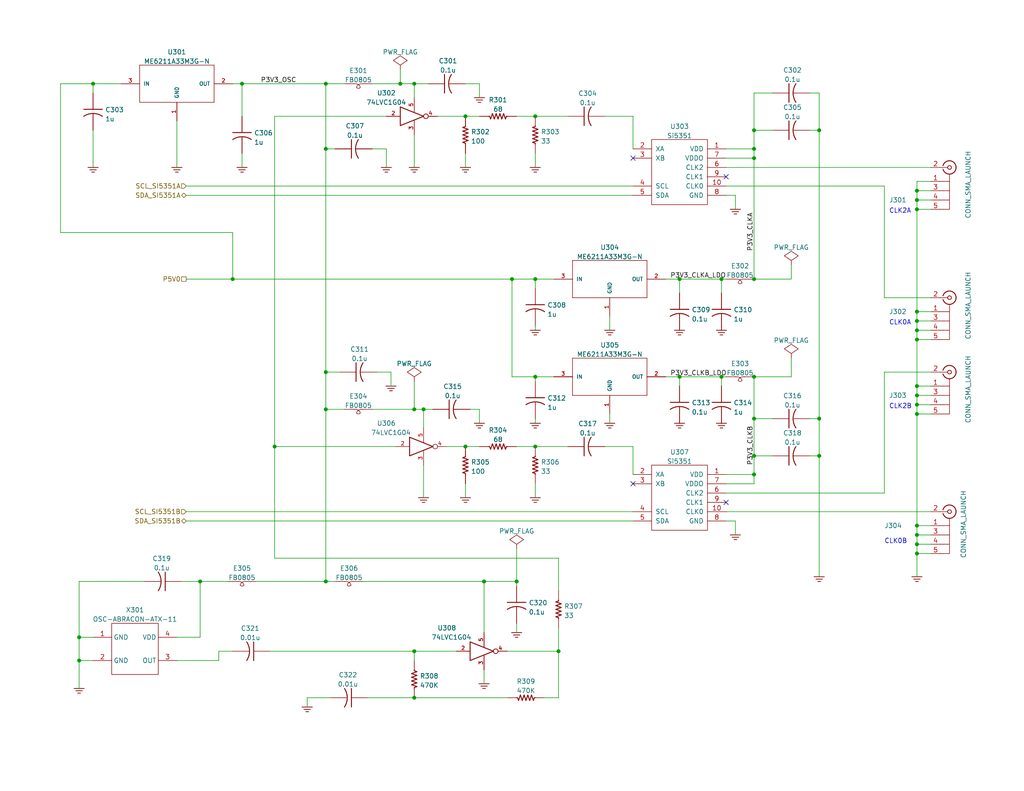
<source format=kicad_sch>
(kicad_sch (version 20211123) (generator eeschema)
  (paper "A")
  (title_block (title "Quad output VFO") (rev "X2"))
  (lib_symbols
    (symbol "custom:74LVC1G04" (pin_names (offset 0) hide)
      (property "Reference" "U" (at 3.81 5.08 0))
      (property "Value" "74LVC1G04" (at 7.62 2.54 0))
      (symbol "74LVC1G04_0_1"
        (polyline (pts (xy -3.81 2.54) (xy -3.81 -2.54) (xy 2.54 0) (xy -3.81 2.54)) (stroke (width 0.254)))
      )
      (symbol "74LVC1G04_1_1"
        (pin input line (at -7.62 0 0) (length 3.81) (name "~") (number "2"))
        (pin power_in line (at 0 -5.08 90) (length 3.8608) (name "GND") (number "3"))
        (pin output inverted (at 6.35 0 180) (length 3.81) (name "~") (number "4"))
        (pin power_in line (at 0 5.08 270) (length 3.8608) (name "VCC") (number "5"))
      )
    )
    (symbol "custom:CONN_SMA_LAUNCH" (pin_names (offset 1.016))
      (property "Reference" "J" (at -0.762 -13.462 0))
      (property "Value" "CONN_SMA_LAUNCH" (at 0.127 5.588 0))
      (symbol "CONN_SMA_LAUNCH_0_1"
        (polyline (pts (xy -1.778 -3.81) (xy 0 -3.81)))
        (polyline (pts (xy -1.778 -11.43) (xy 0 -11.43) (xy 0 -9.017)))
        (polyline (pts (xy 0 -1.905) (xy 0 -6.35) (xy -1.778 -6.35)))
        (polyline (pts (xy -1.778 -8.89) (xy 0 -8.89) (xy 0 -6.477) (xy 0 -6.35)))
      )
      (symbol "CONN_SMA_LAUNCH_1_1"
        (arc (start -1.778 -0.508) (mid 0.222 -1.808) (end 1.778 0) (stroke (width 0.254)))
        (polyline (pts (xy -2.54 -11.43) (xy -1.778 -11.43)))
        (polyline (pts (xy -2.54 -8.89) (xy -1.778 -8.89)))
        (polyline (pts (xy -2.54 -6.35) (xy -1.778 -6.35)))
        (polyline (pts (xy -2.54 -3.81) (xy -1.778 -3.81)))
        (polyline (pts (xy -2.54 0) (xy -0.508 0)))
        (circle (center 0 0) (radius 0.508) (stroke (width 0.2032)))
        (arc (start 1.778 0) (mid 0.222 1.8083) (end -1.778 0.508) (stroke (width 0.254)))
        (pin passive line (at -5.08 -3.81 0) (length 2.54) (name "~") (number "1"))
        (pin passive line (at -5.08 0 0) (length 2.54) (name "~") (number "2"))
        (pin passive line (at -5.08 -6.35 0) (length 2.54) (name "~") (number "3"))
        (pin passive line (at -5.08 -8.89 0) (length 2.54) (name "~") (number "4"))
        (pin passive line (at -5.08 -11.43 0) (length 2.54) (name "~") (number "5"))
      )
    )
    (symbol "custom:C_US_0805_0.1UF_X7R_10%_50V_HS" (pin_numbers hide) (pin_names (offset 0.254) hide)
      (property "Reference" "C" (at 1.27 2.54 0))
      (property "Value" "C_US_0805_0.1UF_X7R_10%_50V_HS" (at 1.27 -2.54 0))
      (symbol "C_US_0805_0.1UF_X7R_10%_50V_HS_0_1"
        (polyline (pts (xy -2.54 0.635) (xy 2.54 0.635) (xy 2.54 0.635)) (stroke (width 0.254)))
        (arc (start 2.54 -1.27) (mid 0 -0.5009) (end -2.54 -1.27) (stroke (width 0.254)))
      )
      (symbol "C_US_0805_0.1UF_X7R_10%_50V_HS_1_1"
        (pin passive line (at 0 5.08 270) (length 4.445) (name "~") (number "1"))
        (pin passive line (at 0 -5.08 90) (length 4.445) (name "~") (number "2"))
      )
    )
    (symbol "custom:FB0805" (pin_numbers hide) (pin_names (offset 1.016) hide)
      (property "Reference" "E" (at -4.318 1.27 0))
      (property "Value" "FB0805" (at -4.318 -4.064 0))
      (symbol "FB0805_1_0"
        (polyline (pts (xy -2.54 0) (xy -2.286 0)))
        (polyline (pts (xy -0.254 0) (xy 0 0)))
      )
      (symbol "FB0805_1_1"
        (arc (start -1.778 -1.016) (mid -1.27 -1.27) (end -0.762 -1.016))
        (arc (start -1.27 -0.254) (mid -1.7574 -0.0446) (end -2.286 0))
        (arc (start -1.27 -0.254) (mid -1.6002 -0.5842) (end -1.778 -1.016))
        (arc (start -0.762 -1.016) (mid -0.9352 -0.5811) (end -1.27 -0.254))
        (arc (start -0.254 0) (mid -0.7826 -0.0446) (end -1.27 -0.254))
        (pin passive line (at -5.08 0 0) (length 2.54) (name "1") (number "1"))
        (pin passive line (at 2.54 0 180) (length 2.54) (name "2") (number "2"))
      )
    )
    (symbol "custom:GND_US" (power) (pin_names (offset 0))
      (symbol "GND_US_0_1"
        (polyline (pts (xy -1.397 0) (xy 1.397 0)) (stroke (width 0.2032)))
        (polyline (pts (xy -0.889 -0.635) (xy 0.889 -0.635)) (stroke (width 0.2032)))
        (polyline (pts (xy -0.381 -1.27) (xy 0.381 -1.27)) (stroke (width 0.2032)))
      )
      (symbol "GND_US_1_1"
        (pin power_in line (at 0 0 90) (length 0) hide (name "GND") (number "1"))
      )
    )
    (symbol "custom:ME6211A33M3G-N" (pin_names (offset 1.016))
      (property "Reference" "U" (at -5.08 10.16 0))
      (property "Value" "ME6211A33M3G-N" (at -9.144 5.588 0))
      (symbol "ME6211A33M3G-N_1_0"
        (polyline (pts (xy -10.16 -5.08) (xy 10.16 -5.08)))
        (polyline (pts (xy -10.16 5.08) (xy -10.16 -5.08)))
        (polyline (pts (xy 10.16 -5.08) (xy 10.16 5.08)))
        (polyline (pts (xy 10.16 5.08) (xy -10.16 5.08)))
      )
      (symbol "ME6211A33M3G-N_1_1"
        (pin power_in line (at 0 -10.16 90) (length 5.08) (name "GND") (number "1"))
        (pin power_out line (at 15.24 0 180) (length 5.08) (name "OUT") (number "2"))
        (pin power_in line (at -15.24 0 0) (length 5.08) (name "IN") (number "3"))
      )
    )
    (symbol "custom:OSC-ABRACON-ATX-11"
      (property "Reference" "X" (at 0 -8.89 0))
      (property "Value" "OSC-ABRACON-ATX-11" (at 0 10.16 0))
      (symbol "OSC-ABRACON-ATX-11_0_1"
        (rectangle (start -6.35 7.62) (end 6.35 -6.35) (stroke (width 0.1524)))
      )
      (symbol "OSC-ABRACON-ATX-11_1_1"
        (pin input line (at -11.43 3.81 0) (length 5.08) (name "GND") (number "1"))
        (pin input line (at -11.43 -2.54 0) (length 5.08) (name "GND") (number "2"))
        (pin input line (at 11.43 -2.54 180) (length 5.08) (name "OUT") (number "3"))
        (pin input line (at 11.43 3.81 180) (length 5.08) (name "VDD") (number "4"))
      )
    )
    (symbol "custom:PWR_FLAG" (power) (pin_numbers hide) (pin_names (offset 0) hide)
      (property "Value" "PWR_FLAG" (at 0 4.572 0))
      (symbol "PWR_FLAG_0_0"
        (pin power_out line (at 0 0 90) (length 0) (name "pwr") (number "1"))
      )
      (symbol "PWR_FLAG_0_1"
        (polyline (pts (xy 0 0) (xy 0 1.27) (xy -1.905 2.54) (xy 0 3.81) (xy 1.905 2.54) (xy 0 1.27)))
      )
    )
    (symbol "custom:R_US" (pin_numbers hide) (pin_names (offset 1.016) hide)
      (property "Reference" "R" (at 2.032 0 90))
      (property "Value" "R_US" (at -2.032 0 90))
      (symbol "R_US_0_0"
        (polyline (pts (xy 0 -2.54) (xy 0 -2.54) (xy 0 -2.286) (xy -0.762 -2.032) (xy 0.762 -1.524) (xy -0.762 -1.016) (xy 0.762 -0.508) (xy -0.762 0) (xy 0.762 0.508) (xy -0.762 1.016) (xy 0.762 1.524) (xy -0.762 2.032) (xy 0 2.286) (xy 0 2.54) (xy 0 2.54)) (stroke (width 0.254)))
      )
      (symbol "R_US_1_1"
        (pin passive line (at 0 5.08 270) (length 2.54) (name "~") (number "1"))
        (pin passive line (at 0 -5.08 90) (length 2.54) (name "~") (number "2"))
      )
    )
    (symbol "custom:Si5351" (pin_names (offset 1.016))
      (property "Reference" "U" (at 0 10.16 0))
      (property "Value" "Si5351" (at 0 -10.16 0))
      (symbol "Si5351_0_1"
        (rectangle (start -7.62 8.89) (end 7.62 -8.89))
      )
      (symbol "Si5351_1_1"
        (pin power_in line (at 12.7 6.35 180) (length 5.08) (name "VDD") (number "1"))
        (pin output line (at 12.7 -3.81 180) (length 5.08) (name "CLK0") (number "10"))
        (pin passive line (at -12.7 6.35 0) (length 5.08) (name "XA") (number "2"))
        (pin passive line (at -12.7 3.81 0) (length 5.08) (name "XB") (number "3"))
        (pin input line (at -12.7 -3.81 0) (length 5.08) (name "SCL") (number "4"))
        (pin tri_state line (at -12.7 -6.35 0) (length 5.08) (name "SDA") (number "5"))
        (pin output line (at 12.7 1.27 180) (length 5.08) (name "CLK2") (number "6"))
        (pin power_in line (at 12.7 3.81 180) (length 5.08) (name "VDDO") (number "7"))
        (pin power_in line (at 12.7 -6.35 180) (length 5.08) (name "GND") (number "8"))
        (pin output line (at 12.7 -1.27 180) (length 5.08) (name "CLK1") (number "9"))
      )
    )
  )
  (junction (at 250.19 143.51))
  (junction (at 74.93 121.92))
  (junction (at 250.19 105.41))
  (junction (at 250.19 87.63))
  (junction (at 88.9 101.6))
  (junction (at 205.74 124.46))
  (junction (at 250.19 54.61))
  (junction (at 146.05 121.92))
  (junction (at 250.19 151.13))
  (junction (at 127 121.92))
  (junction (at 205.74 129.54))
  (junction (at 250.19 113.03))
  (junction (at 205.74 76.2))
  (junction (at 223.52 114.3))
  (junction (at 140.97 158.75))
  (junction (at 250.19 110.49))
  (junction (at 250.19 107.95))
  (junction (at 223.52 35.56))
  (junction (at 63.5 76.2))
  (junction (at 88.9 111.76))
  (junction (at 205.74 102.87))
  (junction (at 113.03 177.8))
  (junction (at 205.74 43.18))
  (junction (at 250.19 90.17))
  (junction (at 88.9 22.86))
  (junction (at 132.08 158.75))
  (junction (at 250.19 57.15))
  (junction (at 127 31.75))
  (junction (at 250.19 52.07))
  (junction (at 109.22 22.86))
  (junction (at 196.85 102.87))
  (junction (at 21.59 180.34))
  (junction (at 152.4 177.8))
  (junction (at 115.57 111.76))
  (junction (at 146.05 76.2))
  (junction (at 113.03 111.76))
  (junction (at 205.74 40.64))
  (junction (at 205.74 35.56))
  (junction (at 113.03 190.5))
  (junction (at 113.03 22.86))
  (junction (at 250.19 148.59))
  (junction (at 146.05 102.87))
  (junction (at 88.9 158.75))
  (junction (at 21.59 173.99))
  (junction (at 146.05 31.75))
  (junction (at 205.74 114.3))
  (junction (at 250.19 85.09))
  (junction (at 139.7 76.2))
  (junction (at 185.42 76.2))
  (junction (at 54.61 158.75))
  (junction (at 66.04 22.86))
  (junction (at 250.19 92.71))
  (junction (at 196.85 76.2))
  (junction (at 250.19 146.05))
  (junction (at 25.4 22.86))
  (junction (at 88.9 40.64))
  (junction (at 185.42 102.87))
  (junction (at 223.52 124.46))
  (no_connect (at 172.72 132.08))
  (no_connect (at 198.12 48.26))
  (no_connect (at 172.72 43.18))
  (no_connect (at 198.12 137.16))
  (wire (pts (xy 62.23 158.75) (xy 54.61 158.75)))
  (wire (pts (xy 139.7 76.2) (xy 146.05 76.2)))
  (wire (pts (xy 88.9 111.76) (xy 88.9 158.75)))
  (wire (pts (xy 50.8 139.7) (xy 172.72 139.7)))
  (wire (pts (xy 105.41 31.75) (xy 74.93 31.75)))
  (wire (pts (xy 88.9 22.86) (xy 93.98 22.86)))
  (wire (pts (xy 100.33 190.5) (xy 113.03 190.5)))
  (wire (pts (xy 109.22 22.86) (xy 113.03 22.86)))
  (wire (pts (xy 250.19 49.53) (xy 250.19 52.07)))
  (wire (pts (xy 250.19 54.61) (xy 250.19 57.15)))
  (wire (pts (xy 151.13 102.87) (xy 146.05 102.87)))
  (wire (pts (xy 205.74 124.46) (xy 210.82 124.46)))
  (wire (pts (xy 113.03 177.8) (xy 113.03 180.34)))
  (wire (pts (xy 250.19 113.03) (xy 254 113.03)))
  (wire (pts (xy 250.19 92.71) (xy 254 92.71)))
  (wire (pts (xy 198.12 142.24) (xy 200.66 142.24)))
  (wire (pts (xy 93.98 111.76) (xy 88.9 111.76)))
  (wire (pts (xy 254 49.53) (xy 250.19 49.53)))
  (wire (pts (xy 250.19 92.71) (xy 250.19 105.41)))
  (wire (pts (xy 113.03 190.5) (xy 138.43 190.5)))
  (wire (pts (xy 16.51 63.5) (xy 63.5 63.5)))
  (wire (pts (xy 205.74 76.2) (xy 205.74 43.18)))
  (wire (pts (xy 198.12 139.7) (xy 254 139.7)))
  (wire (pts (xy 74.93 31.75) (xy 74.93 121.92)))
  (wire (pts (xy 115.57 111.76) (xy 115.57 116.84)))
  (wire (pts (xy 101.6 40.64) (xy 105.41 40.64)))
  (wire (pts (xy 250.19 87.63) (xy 254 87.63)))
  (wire (pts (xy 250.19 52.07) (xy 254 52.07)))
  (wire (pts (xy 132.08 158.75) (xy 132.08 172.72)))
  (wire (pts (xy 54.61 158.75) (xy 54.61 173.99)))
  (wire (pts (xy 118.11 111.76) (xy 115.57 111.76)))
  (wire (pts (xy 220.98 124.46) (xy 223.52 124.46)))
  (wire (pts (xy 196.85 102.87) (xy 198.12 102.87)))
  (wire (pts (xy 172.72 31.75) (xy 172.72 40.64)))
  (wire (pts (xy 90.17 190.5) (xy 83.82 190.5)))
  (wire (pts (xy 196.85 76.2) (xy 196.85 80.01)))
  (wire (pts (xy 105.41 40.64) (xy 105.41 45.72)))
  (wire (pts (xy 205.74 102.87) (xy 215.9 102.87)))
  (wire (pts (xy 152.4 152.4) (xy 152.4 161.29)))
  (wire (pts (xy 146.05 76.2) (xy 151.13 76.2)))
  (wire (pts (xy 66.04 22.86) (xy 88.9 22.86)))
  (wire (pts (xy 115.57 127) (xy 115.57 135.89)))
  (wire (pts (xy 250.19 148.59) (xy 254 148.59)))
  (wire (pts (xy 250.19 85.09) (xy 250.19 87.63)))
  (wire (pts (xy 200.66 53.34) (xy 200.66 57.15)))
  (wire (pts (xy 132.08 182.88) (xy 132.08 186.69)))
  (wire (pts (xy 220.98 35.56) (xy 223.52 35.56)))
  (wire (pts (xy 73.66 177.8) (xy 113.03 177.8)))
  (wire (pts (xy 146.05 88.9) (xy 146.05 90.17)))
  (wire (pts (xy 215.9 76.2) (xy 215.9 72.39)))
  (wire (pts (xy 50.8 76.2) (xy 63.5 76.2)))
  (wire (pts (xy 50.8 50.8) (xy 172.72 50.8)))
  (wire (pts (xy 223.52 25.4) (xy 223.52 35.56)))
  (wire (pts (xy 49.53 158.75) (xy 54.61 158.75)))
  (wire (pts (xy 130.81 22.86) (xy 130.81 26.67)))
  (wire (pts (xy 99.06 158.75) (xy 132.08 158.75)))
  (wire (pts (xy 54.61 173.99) (xy 48.26 173.99)))
  (wire (pts (xy 146.05 121.92) (xy 154.94 121.92)))
  (wire (pts (xy 140.97 31.75) (xy 146.05 31.75)))
  (wire (pts (xy 198.12 45.72) (xy 254 45.72)))
  (wire (pts (xy 127 31.75) (xy 130.81 31.75)))
  (wire (pts (xy 21.59 180.34) (xy 25.4 180.34)))
  (wire (pts (xy 172.72 121.92) (xy 165.1 121.92)))
  (wire (pts (xy 113.03 36.83) (xy 113.03 45.72)))
  (wire (pts (xy 74.93 152.4) (xy 152.4 152.4)))
  (wire (pts (xy 205.74 124.46) (xy 205.74 114.3)))
  (wire (pts (xy 127 121.92) (xy 130.81 121.92)))
  (wire (pts (xy 220.98 114.3) (xy 223.52 114.3)))
  (wire (pts (xy 185.42 76.2) (xy 185.42 80.01)))
  (wire (pts (xy 185.42 102.87) (xy 196.85 102.87)))
  (wire (pts (xy 185.42 76.2) (xy 196.85 76.2)))
  (wire (pts (xy 198.12 40.64) (xy 205.74 40.64)))
  (wire (pts (xy 66.04 41.91) (xy 66.04 45.72)))
  (wire (pts (xy 140.97 170.18) (xy 140.97 172.72)))
  (wire (pts (xy 198.12 129.54) (xy 205.74 129.54)))
  (wire (pts (xy 250.19 143.51) (xy 254 143.51)))
  (wire (pts (xy 250.19 113.03) (xy 250.19 143.51)))
  (wire (pts (xy 172.72 121.92) (xy 172.72 129.54)))
  (wire (pts (xy 113.03 104.14) (xy 113.03 111.76)))
  (wire (pts (xy 146.05 31.75) (xy 154.94 31.75)))
  (wire (pts (xy 250.19 85.09) (xy 254 85.09)))
  (wire (pts (xy 63.5 22.86) (xy 66.04 22.86)))
  (wire (pts (xy 198.12 53.34) (xy 200.66 53.34)))
  (wire (pts (xy 146.05 102.87) (xy 139.7 102.87)))
  (wire (pts (xy 140.97 158.75) (xy 140.97 160.02)))
  (wire (pts (xy 16.51 22.86) (xy 16.51 63.5)))
  (wire (pts (xy 250.19 87.63) (xy 250.19 90.17)))
  (wire (pts (xy 152.4 171.45) (xy 152.4 177.8)))
  (wire (pts (xy 33.02 22.86) (xy 25.4 22.86)))
  (wire (pts (xy 119.38 31.75) (xy 127 31.75)))
  (wire (pts (xy 166.37 86.36) (xy 166.37 90.17)))
  (wire (pts (xy 74.93 121.92) (xy 107.95 121.92)))
  (wire (pts (xy 223.52 114.3) (xy 223.52 124.46)))
  (wire (pts (xy 148.59 190.5) (xy 152.4 190.5)))
  (wire (pts (xy 241.3 50.8) (xy 241.3 81.28)))
  (wire (pts (xy 48.26 33.02) (xy 48.26 45.72)))
  (wire (pts (xy 127 132.08) (xy 127 135.89)))
  (wire (pts (xy 66.04 22.86) (xy 66.04 31.75)))
  (wire (pts (xy 21.59 180.34) (xy 21.59 187.96)))
  (wire (pts (xy 220.98 25.4) (xy 223.52 25.4)))
  (wire (pts (xy 59.69 180.34) (xy 59.69 177.8)))
  (wire (pts (xy 205.74 129.54) (xy 205.74 124.46)))
  (wire (pts (xy 250.19 151.13) (xy 250.19 157.48)))
  (wire (pts (xy 241.3 101.6) (xy 254 101.6)))
  (wire (pts (xy 146.05 41.91) (xy 146.05 45.72)))
  (wire (pts (xy 25.4 22.86) (xy 16.51 22.86)))
  (wire (pts (xy 241.3 134.62) (xy 241.3 101.6)))
  (wire (pts (xy 185.42 102.87) (xy 185.42 105.41)))
  (wire (pts (xy 198.12 132.08) (xy 205.74 132.08)))
  (wire (pts (xy 63.5 76.2) (xy 139.7 76.2)))
  (wire (pts (xy 113.03 22.86) (xy 113.03 26.67)))
  (wire (pts (xy 88.9 101.6) (xy 88.9 111.76)))
  (wire (pts (xy 113.03 177.8) (xy 124.46 177.8)))
  (wire (pts (xy 205.74 35.56) (xy 205.74 25.4)))
  (wire (pts (xy 109.22 19.05) (xy 109.22 22.86)))
  (wire (pts (xy 138.43 177.8) (xy 152.4 177.8)))
  (wire (pts (xy 250.19 107.95) (xy 254 107.95)))
  (wire (pts (xy 121.92 121.92) (xy 127 121.92)))
  (wire (pts (xy 83.82 190.5) (xy 83.82 193.04)))
  (wire (pts (xy 140.97 149.86) (xy 140.97 158.75)))
  (wire (pts (xy 166.37 113.03) (xy 166.37 115.57)))
  (wire (pts (xy 127 41.91) (xy 127 45.72)))
  (wire (pts (xy 113.03 111.76) (xy 115.57 111.76)))
  (wire (pts (xy 25.4 22.86) (xy 25.4 25.4)))
  (wire (pts (xy 250.19 143.51) (xy 250.19 146.05)))
  (wire (pts (xy 50.8 142.24) (xy 172.72 142.24)))
  (wire (pts (xy 25.4 173.99) (xy 21.59 173.99)))
  (wire (pts (xy 63.5 63.5) (xy 63.5 76.2)))
  (wire (pts (xy 250.19 52.07) (xy 250.19 54.61)))
  (wire (pts (xy 88.9 40.64) (xy 88.9 101.6)))
  (wire (pts (xy 139.7 102.87) (xy 139.7 76.2)))
  (wire (pts (xy 250.19 110.49) (xy 250.19 113.03)))
  (wire (pts (xy 181.61 102.87) (xy 185.42 102.87)))
  (wire (pts (xy 198.12 50.8) (xy 241.3 50.8)))
  (wire (pts (xy 106.68 101.6) (xy 106.68 105.41)))
  (wire (pts (xy 102.87 101.6) (xy 106.68 101.6)))
  (wire (pts (xy 140.97 121.92) (xy 146.05 121.92)))
  (wire (pts (xy 127 22.86) (xy 130.81 22.86)))
  (wire (pts (xy 101.6 22.86) (xy 109.22 22.86)))
  (wire (pts (xy 205.74 132.08) (xy 205.74 129.54)))
  (wire (pts (xy 152.4 190.5) (xy 152.4 177.8)))
  (wire (pts (xy 146.05 76.2) (xy 146.05 78.74)))
  (wire (pts (xy 250.19 54.61) (xy 254 54.61)))
  (wire (pts (xy 223.52 124.46) (xy 223.52 157.48)))
  (wire (pts (xy 205.74 76.2) (xy 215.9 76.2)))
  (wire (pts (xy 25.4 35.56) (xy 25.4 45.72)))
  (wire (pts (xy 69.85 158.75) (xy 88.9 158.75)))
  (wire (pts (xy 196.85 102.87) (xy 196.85 105.41)))
  (wire (pts (xy 250.19 107.95) (xy 250.19 110.49)))
  (wire (pts (xy 250.19 110.49) (xy 254 110.49)))
  (wire (pts (xy 88.9 40.64) (xy 91.44 40.64)))
  (wire (pts (xy 250.19 57.15) (xy 254 57.15)))
  (wire (pts (xy 250.19 146.05) (xy 250.19 148.59)))
  (wire (pts (xy 250.19 57.15) (xy 250.19 85.09)))
  (wire (pts (xy 130.81 111.76) (xy 130.81 115.57)))
  (wire (pts (xy 39.37 158.75) (xy 21.59 158.75)))
  (wire (pts (xy 74.93 121.92) (xy 74.93 152.4)))
  (wire (pts (xy 196.85 76.2) (xy 198.12 76.2)))
  (wire (pts (xy 205.74 35.56) (xy 210.82 35.56)))
  (wire (pts (xy 172.72 31.75) (xy 165.1 31.75)))
  (wire (pts (xy 48.26 180.34) (xy 59.69 180.34)))
  (wire (pts (xy 223.52 35.56) (xy 223.52 114.3)))
  (wire (pts (xy 50.8 53.34) (xy 172.72 53.34)))
  (wire (pts (xy 250.19 90.17) (xy 254 90.17)))
  (wire (pts (xy 200.66 142.24) (xy 200.66 146.05)))
  (wire (pts (xy 198.12 43.18) (xy 205.74 43.18)))
  (wire (pts (xy 181.61 76.2) (xy 185.42 76.2)))
  (wire (pts (xy 116.84 22.86) (xy 113.03 22.86)))
  (wire (pts (xy 88.9 101.6) (xy 92.71 101.6)))
  (wire (pts (xy 205.74 40.64) (xy 205.74 43.18)))
  (wire (pts (xy 88.9 22.86) (xy 88.9 40.64)))
  (wire (pts (xy 146.05 102.87) (xy 146.05 104.14)))
  (wire (pts (xy 250.19 105.41) (xy 250.19 107.95)))
  (wire (pts (xy 21.59 158.75) (xy 21.59 173.99)))
  (wire (pts (xy 146.05 132.08) (xy 146.05 135.89)))
  (wire (pts (xy 59.69 177.8) (xy 63.5 177.8)))
  (wire (pts (xy 88.9 158.75) (xy 91.44 158.75)))
  (wire (pts (xy 250.19 148.59) (xy 250.19 151.13)))
  (wire (pts (xy 250.19 90.17) (xy 250.19 92.71)))
  (wire (pts (xy 198.12 134.62) (xy 241.3 134.62)))
  (wire (pts (xy 215.9 102.87) (xy 215.9 97.79)))
  (wire (pts (xy 250.19 105.41) (xy 254 105.41)))
  (wire (pts (xy 21.59 173.99) (xy 21.59 180.34)))
  (wire (pts (xy 128.27 111.76) (xy 130.81 111.76)))
  (wire (pts (xy 205.74 114.3) (xy 210.82 114.3)))
  (wire (pts (xy 132.08 158.75) (xy 140.97 158.75)))
  (wire (pts (xy 146.05 114.3) (xy 146.05 115.57)))
  (wire (pts (xy 101.6 111.76) (xy 113.03 111.76)))
  (wire (pts (xy 205.74 35.56) (xy 205.74 40.64)))
  (wire (pts (xy 250.19 151.13) (xy 254 151.13)))
  (wire (pts (xy 205.74 25.4) (xy 210.82 25.4)))
  (wire (pts (xy 241.3 81.28) (xy 254 81.28)))
  (wire (pts (xy 250.19 146.05) (xy 254 146.05)))
  (wire (pts (xy 205.74 102.87) (xy 205.74 114.3)))
  (text "CLK0B" (at 241.3 148.59 0) (effects (font (size 1.27 1.27)) (justify left bottom)))
  (text "CLK0A\n" (at 242.57 88.9 0) (effects (font (size 1.27 1.27)) (justify left bottom)))
  (text "CLK2A" (at 242.57 58.42 0) (effects (font (size 1.27 1.27)) (justify left bottom)))
  (text "CLK2B" (at 242.57 111.76 0) (effects (font (size 1.27 1.27)) (justify left bottom)))
  (label "P3V3_CLKB" (at 205.74 127 90))
  (label "P3V3_OSC" (at 71.12 22.86 0))
  (label "P3V3_CLKA" (at 205.74 68.58 90))
  (label "P3V3_CLKA_LDO" (at 182.88 76.2 0))
  (label "P3V3_CLKB_LDO" (at 182.88 102.87 0))
  (hierarchical_label "SCL_SI5351A" (shape input) (at 50.8 50.8 180))
  (hierarchical_label "SDA_SI5351A" (shape bidirectional) (at 50.8 53.34 180))
  (hierarchical_label "SCL_SI5351B" (shape input) (at 50.8 139.7 180))
  (hierarchical_label "SDA_SI5351B" (shape bidirectional) (at 50.8 142.24 180))
  (hierarchical_label "P5V0" (shape passive) (at 50.8 76.2 180))
  (symbol (lib_id "custom:PWR_FLAG") (at 140.97 149.86 0) (unit 1)
    (property "Reference" "#FLG0305" (effects hide))
    (property "Value" "PWR_FLAG" (at 140.97 145.0142 0))
  )
  (symbol (lib_id "custom:GND_US") (at 166.37 90.17 0) (unit 1)
    (property "Reference" "#PWR0311" (effects hide))
    (property "Value" "GND_US" (effects hide))
  )
  (symbol (lib_id "custom:GND_US") (at 185.42 90.17 0) (unit 1)
    (property "Reference" "#PWR0312" (effects hide))
    (property "Value" "GND_US" (effects hide))
  )
  (symbol (lib_id "custom:C_US_0805_0.1UF_X7R_10%_50V_HS") (at 160.02 31.75 90) (unit 1)
    (property "Reference" "C304" (at 160.3375 25.5102 90))
    (property "Value" "0.1u" (at 160.3375 28.0471 90))
    (property "Footprint" "Capacitor_SMD:C_0603_1608Metric_Pad1.08x0.95mm_HandSolder" (effects hide))
    (property "PartNumber" "800063-104" (effects hide))
  )
  (symbol (lib_id "custom:C_US_0805_0.1UF_X7R_10%_50V_HS") (at 160.02 121.92 90) (unit 1)
    (property "Reference" "C317" (at 160.3375 115.6802 90))
    (property "Value" "0.1u" (at 160.3375 118.2171 90))
    (property "Footprint" "Capacitor_SMD:C_0603_1608Metric_Pad1.08x0.95mm_HandSolder" (effects hide))
    (property "PartNumber" "800063-104" (effects hide))
  )
  (symbol (lib_id "custom:C_US_0805_0.1UF_X7R_10%_50V_HS") (at 121.92 22.86 90) (unit 1)
    (property "Reference" "C301" (at 122.2375 16.6202 90))
    (property "Value" "0.1u" (at 122.2375 19.1571 90))
    (property "Footprint" "Capacitor_SMD:C_0603_1608Metric_Pad1.08x0.95mm_HandSolder" (effects hide))
    (property "PartNumber" "800063-104" (effects hide))
  )
  (symbol (lib_id "custom:GND_US") (at 166.37 115.57 0) (unit 1)
    (property "Reference" "#PWR0317" (effects hide))
    (property "Value" "GND_US" (effects hide))
  )
  (symbol (lib_id "custom:FB0805") (at 203.2 102.87 0) (unit 1)
    (property "Reference" "E303" (at 201.93 99.2923 0))
    (property "Value" "FB0805" (at 201.93 101.8292 0))
    (property "Footprint" "Inductor_SMD:L_0805_2012Metric_Pad1.05x1.20mm_HandSolder" (effects hide))
    (property "PartNumber" "800245-601" (effects hide))
  )
  (symbol (lib_id "custom:R_US") (at 127 36.83 0) (unit 1)
    (property "Reference" "R302" (at 128.524 35.9953 0) (effects (justify left)))
    (property "Value" "100" (at 128.524 38.5322 0) (effects (justify left)))
    (property "Footprint" "Resistor_SMD:R_0805_2012Metric_Pad1.20x1.40mm_HandSolder" (effects hide))
    (property "PartNumber" "800235-101" (effects hide))
  )
  (symbol (lib_id "custom:CONN_SMA_LAUNCH") (at 259.08 81.28 0) (unit 1)
    (property "Reference" "J302" (at 242.57 85.09 0) (effects (justify left)))
    (property "Value" "CONN_SMA_LAUNCH" (at 264.16 92.71 90) (effects (justify left)))
    (property "Footprint" "mods:SMA_Launch_Kinghelm_KH-SMA-KE8-G" (effects hide))
    (property "PartNumber" "800233-101" (effects hide))
  )
  (symbol (lib_id "custom:GND_US") (at 196.85 90.17 0) (unit 1)
    (property "Reference" "#PWR0313" (effects hide))
    (property "Value" "GND_US" (effects hide))
  )
  (symbol (lib_id "custom:GND_US") (at 25.4 45.72 0) (unit 1)
    (property "Reference" "#PWR0302" (effects hide))
    (property "Value" "GND_US" (effects hide))
  )
  (symbol (lib_id "custom:FB0805") (at 96.52 158.75 0) (unit 1)
    (property "Reference" "E306" (at 95.25 155.1723 0))
    (property "Value" "FB0805" (at 95.25 157.7092 0))
    (property "Footprint" "Inductor_SMD:L_0805_2012Metric_Pad1.05x1.20mm_HandSolder" (effects hide))
    (property "PartNumber" "800245-601" (effects hide))
  )
  (symbol (lib_id "custom:GND_US") (at 66.04 45.72 0) (unit 1)
    (property "Reference" "#PWR0304" (effects hide))
    (property "Value" "GND_US" (effects hide))
  )
  (symbol (lib_id "custom:GND_US") (at 140.97 172.72 0) (unit 1)
    (property "Reference" "#PWR0326" (effects hide))
    (property "Value" "GND_US" (effects hide))
  )
  (symbol (lib_id "custom:C_US_0805_0.1UF_X7R_10%_50V_HS") (at 196.85 110.49 0) (unit 1)
    (property "Reference" "C314" (at 200.152 109.9728 0) (effects (justify left)))
    (property "Value" "1u" (at 200.152 112.5097 0) (effects (justify left)))
    (property "Footprint" "Capacitor_SMD:C_0805_2012Metric_Pad1.18x1.45mm_HandSolder" (effects hide))
    (property "PartNumber" "800238-105" (effects hide))
  )
  (symbol (lib_id "custom:C_US_0805_0.1UF_X7R_10%_50V_HS") (at 123.19 111.76 90) (unit 1)
    (property "Reference" "C315" (at 123.5075 105.5202 90))
    (property "Value" "0.1u" (at 123.5075 108.0571 90))
    (property "Footprint" "Capacitor_SMD:C_0603_1608Metric_Pad1.08x0.95mm_HandSolder" (effects hide))
    (property "PartNumber" "800063-104" (effects hide))
  )
  (symbol (lib_id "custom:C_US_0805_0.1UF_X7R_10%_50V_HS") (at 185.42 85.09 0) (unit 1)
    (property "Reference" "C309" (at 188.722 84.5728 0) (effects (justify left)))
    (property "Value" "0.1u" (at 188.722 87.1097 0) (effects (justify left)))
    (property "Footprint" "Capacitor_SMD:C_0603_1608Metric_Pad1.08x0.95mm_HandSolder" (effects hide))
    (property "PartNumber" "800063-104" (effects hide))
  )
  (symbol (lib_id "custom:ME6211A33M3G-N") (at 166.37 76.2 0) (unit 1)
    (property "Reference" "U304" (at 166.37 67.5472 0))
    (property "Value" "ME6211A33M3G-N" (at 166.37 70.0841 0))
    (property "Footprint" "mods:SOT23-3-SAR-V2" (effects hide))
    (property "PartNumber" "800187-101" (effects hide))
  )
  (symbol (lib_id "custom:R_US") (at 135.89 31.75 90) (unit 1)
    (property "Reference" "R301" (at 135.89 27.2882 90))
    (property "Value" "68" (at 135.89 29.8251 90))
    (property "Footprint" "Resistor_SMD:R_0805_2012Metric_Pad1.20x1.40mm_HandSolder" (effects hide))
    (property "PartNumber" "800235-680" (effects hide))
  )
  (symbol (lib_id "custom:R_US") (at 146.05 127 0) (unit 1)
    (property "Reference" "R306" (at 147.574 126.1653 0) (effects (justify left)))
    (property "Value" "33" (at 147.574 128.7022 0) (effects (justify left)))
    (property "Footprint" "Resistor_SMD:R_0805_2012Metric_Pad1.20x1.40mm_HandSolder" (effects hide))
    (property "PartNumber" "800235-330" (effects hide))
  )
  (symbol (lib_id "custom:GND_US") (at 127 135.89 0) (unit 1)
    (property "Reference" "#PWR0321" (effects hide))
    (property "Value" "GND_US" (effects hide))
  )
  (symbol (lib_id "custom:74LVC1G04") (at 113.03 31.75 0) (unit 1)
    (property "Reference" "U302" (at 105.41 25.4 0))
    (property "Value" "74LVC1G04" (at 105.41 27.94 0))
    (property "Footprint" "Package_TO_SOT_SMD:SOT-23-5" (effects hide))
    (property "PartNumber" "800289-101" (effects hide))
  )
  (symbol (lib_id "custom:R_US") (at 135.89 121.92 90) (unit 1)
    (property "Reference" "R304" (at 135.89 117.4582 90))
    (property "Value" "68" (at 135.89 119.9951 90))
    (property "Footprint" "Resistor_SMD:R_0805_2012Metric_Pad1.20x1.40mm_HandSolder" (effects hide))
    (property "PartNumber" "800235-680" (effects hide))
  )
  (symbol (lib_id "custom:GND_US") (at 146.05 135.89 0) (unit 1)
    (property "Reference" "#PWR0322" (effects hide))
    (property "Value" "GND_US" (effects hide))
  )
  (symbol (lib_id "custom:FB0805") (at 99.06 111.76 0) (unit 1)
    (property "Reference" "E304" (at 97.79 108.1823 0))
    (property "Value" "FB0805" (at 97.79 110.7192 0))
    (property "Footprint" "Inductor_SMD:L_0805_2012Metric_Pad1.05x1.20mm_HandSolder" (effects hide))
    (property "PartNumber" "800245-601" (effects hide))
  )
  (symbol (lib_id "custom:C_US_0805_0.1UF_X7R_10%_50V_HS") (at 66.04 36.83 0) (unit 1)
    (property "Reference" "C306" (at 69.342 36.3128 0) (effects (justify left)))
    (property "Value" "1u" (at 69.342 38.8497 0) (effects (justify left)))
    (property "Footprint" "Capacitor_SMD:C_0805_2012Metric_Pad1.18x1.45mm_HandSolder" (effects hide))
    (property "PartNumber" "800238-105" (effects hide))
  )
  (symbol (lib_id "custom:GND_US") (at 185.42 115.57 0) (unit 1)
    (property "Reference" "#PWR0318" (effects hide))
    (property "Value" "GND_US" (effects hide))
  )
  (symbol (lib_id "custom:GND_US") (at 223.52 157.48 0) (unit 1)
    (property "Reference" "#PWR0324" (effects hide))
    (property "Value" "GND_US" (effects hide))
  )
  (symbol (lib_id "custom:C_US_0805_0.1UF_X7R_10%_50V_HS") (at 185.42 110.49 0) (unit 1)
    (property "Reference" "C313" (at 188.722 109.9728 0) (effects (justify left)))
    (property "Value" "0.1u" (at 188.722 112.5097 0) (effects (justify left)))
    (property "Footprint" "Capacitor_SMD:C_0603_1608Metric_Pad1.08x0.95mm_HandSolder" (effects hide))
    (property "PartNumber" "800063-104" (effects hide))
  )
  (symbol (lib_id "custom:C_US_0805_0.1UF_X7R_10%_50V_HS") (at 215.9 25.4 90) (unit 1)
    (property "Reference" "C302" (at 216.2175 19.1602 90))
    (property "Value" "0.1u" (at 216.2175 21.6971 90))
    (property "Footprint" "Capacitor_SMD:C_0603_1608Metric_Pad1.08x0.95mm_HandSolder" (effects hide))
    (property "PartNumber" "800063-104" (effects hide))
  )
  (symbol (lib_id "custom:C_US_0805_0.1UF_X7R_10%_50V_HS") (at 215.9 124.46 90) (unit 1)
    (property "Reference" "C318" (at 216.2175 118.2202 90))
    (property "Value" "0.1u" (at 216.2175 120.7571 90))
    (property "Footprint" "Capacitor_SMD:C_0603_1608Metric_Pad1.08x0.95mm_HandSolder" (effects hide))
    (property "PartNumber" "800063-104" (effects hide))
  )
  (symbol (lib_id "custom:PWR_FLAG") (at 113.03 104.14 0) (unit 1)
    (property "Reference" "#FLG0304" (effects hide))
    (property "Value" "PWR_FLAG" (at 113.03 99.2942 0))
  )
  (symbol (lib_id "custom:Si5351") (at 185.42 135.89 0) (unit 1)
    (property "Reference" "U307" (at 185.42 123.4272 0))
    (property "Value" "Si5351" (at 185.42 125.9641 0))
    (property "Footprint" "mods:MSOP-10-SAR" (effects hide))
    (property "PartNumber" "800288-101" (effects hide))
  )
  (symbol (lib_id "custom:GND_US") (at 115.57 135.89 0) (unit 1)
    (property "Reference" "#PWR0320" (effects hide))
    (property "Value" "GND_US" (effects hide))
  )
  (symbol (lib_id "custom:GND_US") (at 200.66 146.05 0) (unit 1)
    (property "Reference" "#PWR0323" (effects hide))
    (property "Value" "GND_US" (effects hide))
  )
  (symbol (lib_id "custom:R_US") (at 152.4 166.37 0) (unit 1)
    (property "Reference" "R307" (at 153.924 165.5353 0) (effects (justify left)))
    (property "Value" "33" (at 153.924 168.0722 0) (effects (justify left)))
    (property "Footprint" "Resistor_SMD:R_0805_2012Metric_Pad1.20x1.40mm_HandSolder" (effects hide))
    (property "PartNumber" "800235-330" (effects hide))
  )
  (symbol (lib_id "custom:C_US_0805_0.1UF_X7R_10%_50V_HS") (at 146.05 109.22 0) (unit 1)
    (property "Reference" "C312" (at 149.352 108.7028 0) (effects (justify left)))
    (property "Value" "1u" (at 149.352 111.2397 0) (effects (justify left)))
    (property "Footprint" "Capacitor_SMD:C_0805_2012Metric_Pad1.18x1.45mm_HandSolder" (effects hide))
    (property "PartNumber" "800238-105" (effects hide))
  )
  (symbol (lib_id "custom:C_US_0805_0.1UF_X7R_10%_50V_HS") (at 96.52 40.64 90) (unit 1)
    (property "Reference" "C307" (at 96.8375 34.4002 90))
    (property "Value" "0.1u" (at 96.8375 36.9371 90))
    (property "Footprint" "Capacitor_SMD:C_0603_1608Metric_Pad1.08x0.95mm_HandSolder" (effects hide))
    (property "PartNumber" "800063-104" (effects hide))
  )
  (symbol (lib_id "custom:PWR_FLAG") (at 215.9 97.79 0) (unit 1)
    (property "Reference" "#FLG0303" (effects hide))
    (property "Value" "PWR_FLAG" (at 215.9 92.9442 0))
  )
  (symbol (lib_id "custom:R_US") (at 146.05 36.83 0) (unit 1)
    (property "Reference" "R303" (at 147.574 35.9953 0) (effects (justify left)))
    (property "Value" "33" (at 147.574 38.5322 0) (effects (justify left)))
    (property "Footprint" "Resistor_SMD:R_0805_2012Metric_Pad1.20x1.40mm_HandSolder" (effects hide))
    (property "PartNumber" "800235-330" (effects hide))
  )
  (symbol (lib_id "custom:C_US_0805_0.1UF_X7R_10%_50V_HS") (at 95.25 190.5 270) (unit 1)
    (property "Reference" "C322" (at 94.9325 184.2602 90))
    (property "Value" "0.01u" (at 94.9325 186.7971 90))
    (property "Footprint" "Capacitor_SMD:C_0805_2012Metric_Pad1.18x1.45mm_HandSolder" (effects hide))
    (property "PartNumber" "800238-103" (effects hide))
  )
  (symbol (lib_id "custom:FB0805") (at 67.31 158.75 0) (unit 1)
    (property "Reference" "E305" (at 66.04 155.1723 0))
    (property "Value" "FB0805" (at 66.04 157.7092 0))
    (property "Footprint" "Inductor_SMD:L_0805_2012Metric_Pad1.05x1.20mm_HandSolder" (effects hide))
    (property "PartNumber" "800245-601" (effects hide))
  )
  (symbol (lib_id "custom:R_US") (at 113.03 185.42 180) (unit 1)
    (property "Reference" "R308" (at 114.554 184.5853 0) (effects (justify right)))
    (property "Value" "470K" (at 114.554 187.1222 0) (effects (justify right)))
    (property "Footprint" "Resistor_SMD:R_0805_2012Metric_Pad1.20x1.40mm_HandSolder" (effects hide))
    (property "PartNumber" "800235-474" (effects hide))
  )
  (symbol (lib_id "custom:GND_US") (at 250.19 157.48 0) (unit 1)
    (property "Reference" "#PWR0325" (effects hide))
    (property "Value" "GND_US" (effects hide))
  )
  (symbol (lib_id "custom:GND_US") (at 127 45.72 0) (unit 1)
    (property "Reference" "#PWR0307" (effects hide))
    (property "Value" "GND_US" (effects hide))
  )
  (symbol (lib_id "custom:GND_US") (at 146.05 45.72 0) (unit 1)
    (property "Reference" "#PWR0308" (effects hide))
    (property "Value" "GND_US" (effects hide))
  )
  (symbol (lib_id "custom:GND_US") (at 48.26 45.72 0) (unit 1)
    (property "Reference" "#PWR0303" (effects hide))
    (property "Value" "GND_US" (effects hide))
  )
  (symbol (lib_id "custom:C_US_0805_0.1UF_X7R_10%_50V_HS") (at 215.9 35.56 90) (unit 1)
    (property "Reference" "C305" (at 216.2175 29.3202 90))
    (property "Value" "0.1u" (at 216.2175 31.8571 90))
    (property "Footprint" "Capacitor_SMD:C_0603_1608Metric_Pad1.08x0.95mm_HandSolder" (effects hide))
    (property "PartNumber" "800063-104" (effects hide))
  )
  (symbol (lib_id "custom:ME6211A33M3G-N") (at 166.37 102.87 0) (unit 1)
    (property "Reference" "U305" (at 166.37 94.2172 0))
    (property "Value" "ME6211A33M3G-N" (at 166.37 96.7541 0))
    (property "Footprint" "mods:SOT23-3-SAR-V2" (effects hide))
    (property "PartNumber" "800187-101" (effects hide))
  )
  (symbol (lib_id "custom:C_US_0805_0.1UF_X7R_10%_50V_HS") (at 25.4 30.48 0) (unit 1)
    (property "Reference" "C303" (at 28.702 29.9628 0) (effects (justify left)))
    (property "Value" "1u" (at 28.702 32.4997 0) (effects (justify left)))
    (property "Footprint" "Capacitor_SMD:C_0805_2012Metric_Pad1.18x1.45mm_HandSolder" (effects hide))
    (property "PartNumber" "800238-105" (effects hide))
  )
  (symbol (lib_id "custom:GND_US") (at 21.59 187.96 0) (unit 1)
    (property "Reference" "#PWR0328" (effects hide))
    (property "Value" "GND_US" (effects hide))
  )
  (symbol (lib_id "custom:CONN_SMA_LAUNCH") (at 259.08 45.72 0) (unit 1)
    (property "Reference" "J301" (at 242.57 54.61 0) (effects (justify left)))
    (property "Value" "CONN_SMA_LAUNCH" (at 264.16 59.69 90) (effects (justify left)))
    (property "Footprint" "mods:SMA_Launch_Kinghelm_KH-SMA-KE8-G" (effects hide))
    (property "PartNumber" "800233-101" (effects hide))
  )
  (symbol (lib_id "custom:GND_US") (at 146.05 115.57 0) (unit 1)
    (property "Reference" "#PWR0316" (effects hide))
    (property "Value" "GND_US" (effects hide))
  )
  (symbol (lib_id "custom:GND_US") (at 130.81 26.67 0) (unit 1)
    (property "Reference" "#PWR0301" (effects hide))
    (property "Value" "GND_US" (effects hide))
  )
  (symbol (lib_id "custom:GND_US") (at 83.82 193.04 0) (unit 1)
    (property "Reference" "#PWR0329" (effects hide))
    (property "Value" "GND_US" (effects hide))
  )
  (symbol (lib_id "custom:Si5351") (at 185.42 46.99 0) (unit 1)
    (property "Reference" "U303" (at 185.42 34.5272 0))
    (property "Value" "Si5351" (at 185.42 37.0641 0))
    (property "Footprint" "mods:MSOP-10-SAR" (effects hide))
    (property "PartNumber" "800288-101" (effects hide))
  )
  (symbol (lib_id "custom:74LVC1G04") (at 132.08 177.8 0) (unit 1)
    (property "Reference" "U308" (at 121.92 171.45 0))
    (property "Value" "74LVC1G04" (at 123.19 173.99 0))
    (property "Footprint" "Package_TO_SOT_SMD:SOT-23-5" (effects hide))
    (property "PartNumber" "800289-101" (effects hide))
  )
  (symbol (lib_id "custom:C_US_0805_0.1UF_X7R_10%_50V_HS") (at 196.85 85.09 0) (unit 1)
    (property "Reference" "C310" (at 200.152 84.5728 0) (effects (justify left)))
    (property "Value" "1u" (at 200.152 87.1097 0) (effects (justify left)))
    (property "Footprint" "Capacitor_SMD:C_0805_2012Metric_Pad1.18x1.45mm_HandSolder" (effects hide))
    (property "PartNumber" "800238-105" (effects hide))
  )
  (symbol (lib_id "custom:R_US") (at 127 127 0) (unit 1)
    (property "Reference" "R305" (at 128.524 126.1653 0) (effects (justify left)))
    (property "Value" "100" (at 128.524 128.7022 0) (effects (justify left)))
    (property "Footprint" "Resistor_SMD:R_0805_2012Metric_Pad1.20x1.40mm_HandSolder" (effects hide))
    (property "PartNumber" "800235-101" (effects hide))
  )
  (symbol (lib_id "custom:C_US_0805_0.1UF_X7R_10%_50V_HS") (at 140.97 165.1 0) (unit 1)
    (property "Reference" "C320" (at 144.272 164.5828 0) (effects (justify left)))
    (property "Value" "0.1u" (at 144.272 167.1197 0) (effects (justify left)))
    (property "Footprint" "Capacitor_SMD:C_0603_1608Metric_Pad1.08x0.95mm_HandSolder" (effects hide))
    (property "PartNumber" "800063-104" (effects hide))
  )
  (symbol (lib_id "custom:C_US_0805_0.1UF_X7R_10%_50V_HS") (at 215.9 114.3 90) (unit 1)
    (property "Reference" "C316" (at 216.2175 108.0602 90))
    (property "Value" "0.1u" (at 216.2175 110.5971 90))
    (property "Footprint" "Capacitor_SMD:C_0603_1608Metric_Pad1.08x0.95mm_HandSolder" (effects hide))
    (property "PartNumber" "800063-104" (effects hide))
  )
  (symbol (lib_id "custom:C_US_0805_0.1UF_X7R_10%_50V_HS") (at 97.79 101.6 90) (unit 1)
    (property "Reference" "C311" (at 98.1075 95.3602 90))
    (property "Value" "0.1u" (at 98.1075 97.8971 90))
    (property "Footprint" "Capacitor_SMD:C_0603_1608Metric_Pad1.08x0.95mm_HandSolder" (effects hide))
    (property "PartNumber" "800063-104" (effects hide))
  )
  (symbol (lib_id "custom:C_US_0805_0.1UF_X7R_10%_50V_HS") (at 146.05 83.82 0) (unit 1)
    (property "Reference" "C308" (at 149.352 83.3028 0) (effects (justify left)))
    (property "Value" "1u" (at 149.352 85.8397 0) (effects (justify left)))
    (property "Footprint" "Capacitor_SMD:C_0805_2012Metric_Pad1.18x1.45mm_HandSolder" (effects hide))
    (property "PartNumber" "800238-105" (effects hide))
  )
  (symbol (lib_id "custom:GND_US") (at 196.85 115.57 0) (unit 1)
    (property "Reference" "#PWR0319" (effects hide))
    (property "Value" "GND_US" (effects hide))
  )
  (symbol (lib_id "custom:GND_US") (at 132.08 186.69 0) (unit 1)
    (property "Reference" "#PWR0327" (effects hide))
    (property "Value" "GND_US" (effects hide))
  )
  (symbol (lib_id "custom:OSC-ABRACON-ATX-11") (at 36.83 177.8 0) (unit 1)
    (property "Reference" "X301" (at 36.83 166.531 0))
    (property "Value" "OSC-ABRACON-ATX-11" (at 36.83 169.0679 0))
    (property "Footprint" "Oscillator:Oscillator_SMD_Abracon_ASE-4Pin_3.2x2.5mm_HandSoldering" (effects hide))
    (property "PartNumber" "800291-256" (effects hide))
  )
  (symbol (lib_id "custom:GND_US") (at 113.03 45.72 0) (unit 1)
    (property "Reference" "#PWR0306" (effects hide))
    (property "Value" "GND_US" (effects hide))
  )
  (symbol (lib_id "custom:GND_US") (at 106.68 105.41 0) (unit 1)
    (property "Reference" "#PWR0314" (effects hide))
    (property "Value" "GND_US" (effects hide))
  )
  (symbol (lib_id "custom:GND_US") (at 130.81 115.57 0) (unit 1)
    (property "Reference" "#PWR0315" (effects hide))
    (property "Value" "GND_US" (effects hide))
  )
  (symbol (lib_id "custom:74LVC1G04") (at 115.57 121.92 0) (unit 1)
    (property "Reference" "U306" (at 105.41 115.57 0))
    (property "Value" "74LVC1G04" (at 106.68 118.11 0))
    (property "Footprint" "Package_TO_SOT_SMD:SOT-23-5" (effects hide))
    (property "PartNumber" "800289-101" (effects hide))
  )
  (symbol (lib_id "custom:PWR_FLAG") (at 215.9 72.39 0) (unit 1)
    (property "Reference" "#FLG0302" (effects hide))
    (property "Value" "PWR_FLAG" (at 215.9 67.5442 0))
  )
  (symbol (lib_id "custom:FB0805") (at 203.2 76.2 0) (unit 1)
    (property "Reference" "E302" (at 201.93 72.6223 0))
    (property "Value" "FB0805" (at 201.93 75.1592 0))
    (property "Footprint" "Inductor_SMD:L_0805_2012Metric_Pad1.05x1.20mm_HandSolder" (effects hide))
    (property "PartNumber" "800245-601" (effects hide))
  )
  (symbol (lib_id "custom:C_US_0805_0.1UF_X7R_10%_50V_HS") (at 68.58 177.8 270) (unit 1)
    (property "Reference" "C321" (at 68.2625 171.5602 90))
    (property "Value" "0.01u" (at 68.2625 174.0971 90))
    (property "Footprint" "Capacitor_SMD:C_0805_2012Metric_Pad1.18x1.45mm_HandSolder" (effects hide))
    (property "PartNumber" "800238-103" (effects hide))
  )
  (symbol (lib_id "custom:GND_US") (at 105.41 45.72 0) (unit 1)
    (property "Reference" "#PWR0305" (effects hide))
    (property "Value" "GND_US" (effects hide))
  )
  (symbol (lib_id "custom:R_US") (at 143.51 190.5 90) (unit 1)
    (property "Reference" "R309" (at 143.51 186.0382 90))
    (property "Value" "470K" (at 143.51 188.5751 90))
    (property "Footprint" "Resistor_SMD:R_0805_2012Metric_Pad1.20x1.40mm_HandSolder" (effects hide))
    (property "PartNumber" "800235-474" (effects hide))
  )
  (symbol (lib_id "custom:ME6211A33M3G-N") (at 48.26 22.86 0) (unit 1)
    (property "Reference" "U301" (at 48.26 14.2072 0))
    (property "Value" "ME6211A33M3G-N" (at 48.26 16.7441 0))
    (property "Footprint" "mods:SOT23-3-SAR-V2" (effects hide))
    (property "PartNumber" "800187-101" (effects hide))
  )
  (symbol (lib_id "custom:CONN_SMA_LAUNCH") (at 259.08 139.7 0) (unit 1)
    (property "Reference" "J304" (at 241.3 143.51 0) (effects (justify left)))
    (property "Value" "CONN_SMA_LAUNCH" (at 262.89 152.4 90) (effects (justify left)))
    (property "Footprint" "mods:SMA_Launch_Kinghelm_KH-SMA-KE8-G" (effects hide))
    (property "PartNumber" "800233-101" (effects hide))
  )
  (symbol (lib_id "custom:CONN_SMA_LAUNCH") (at 259.08 101.6 0) (unit 1)
    (property "Reference" "J303" (at 242.57 107.95 0) (effects (justify left)))
    (property "Value" "CONN_SMA_LAUNCH" (at 264.16 115.57 90) (effects (justify left)))
    (property "Footprint" "mods:SMA_Launch_Kinghelm_KH-SMA-KE8-G" (effects hide))
    (property "PartNumber" "800233-101" (effects hide))
  )
  (symbol (lib_id "custom:GND_US") (at 146.05 90.17 0) (unit 1)
    (property "Reference" "#PWR0310" (effects hide))
    (property "Value" "GND_US" (effects hide))
  )
  (symbol (lib_id "custom:C_US_0805_0.1UF_X7R_10%_50V_HS") (at 44.45 158.75 270) (unit 1)
    (property "Reference" "C319" (at 44.1325 152.5102 90))
    (property "Value" "0.1u" (at 44.1325 155.0471 90))
    (property "Footprint" "Capacitor_SMD:C_0603_1608Metric_Pad1.08x0.95mm_HandSolder" (effects hide))
    (property "PartNumber" "800063-104" (effects hide))
  )
  (symbol (lib_id "custom:GND_US") (at 200.66 57.15 0) (unit 1)
    (property "Reference" "#PWR0309" (effects hide))
    (property "Value" "GND_US" (effects hide))
  )
  (symbol (lib_id "custom:FB0805") (at 99.06 22.86 0) (unit 1)
    (property "Reference" "E301" (at 97.79 19.2823 0))
    (property "Value" "FB0805" (at 97.79 21.8192 0))
    (property "Footprint" "Inductor_SMD:L_0805_2012Metric_Pad1.05x1.20mm_HandSolder" (effects hide))
    (property "PartNumber" "800245-601" (effects hide))
  )
  (symbol (lib_id "custom:PWR_FLAG") (at 109.22 19.05 0) (unit 1)
    (property "Reference" "#FLG0301" (effects hide))
    (property "Value" "PWR_FLAG" (at 109.22 14.2042 0))
  )
)
</source>
